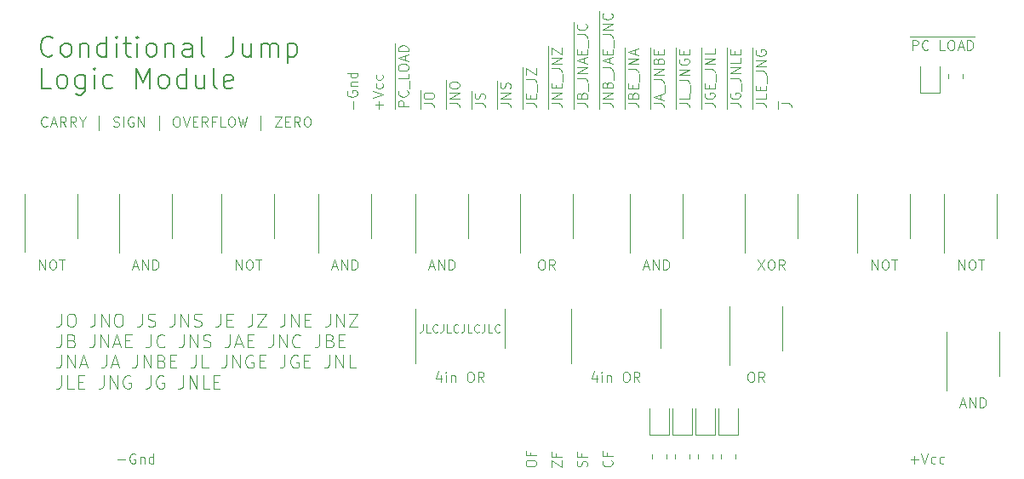
<source format=gbr>
%TF.GenerationSoftware,KiCad,Pcbnew,(5.1.10-1-10_14)*%
%TF.CreationDate,2021-11-22T02:45:21-05:00*%
%TF.ProjectId,control-unit,636f6e74-726f-46c2-9d75-6e69742e6b69,rev?*%
%TF.SameCoordinates,Original*%
%TF.FileFunction,Legend,Top*%
%TF.FilePolarity,Positive*%
%FSLAX46Y46*%
G04 Gerber Fmt 4.6, Leading zero omitted, Abs format (unit mm)*
G04 Created by KiCad (PCBNEW (5.1.10-1-10_14)) date 2021-11-22 02:45:21*
%MOMM*%
%LPD*%
G01*
G04 APERTURE LIST*
%ADD10C,0.100000*%
%ADD11C,0.150000*%
%ADD12C,0.120000*%
G04 APERTURE END LIST*
D10*
X91552523Y-80875142D02*
X91504904Y-80922761D01*
X91362047Y-80970380D01*
X91266809Y-80970380D01*
X91123952Y-80922761D01*
X91028714Y-80827523D01*
X90981095Y-80732285D01*
X90933476Y-80541809D01*
X90933476Y-80398952D01*
X90981095Y-80208476D01*
X91028714Y-80113238D01*
X91123952Y-80018000D01*
X91266809Y-79970380D01*
X91362047Y-79970380D01*
X91504904Y-80018000D01*
X91552523Y-80065619D01*
X91933476Y-80684666D02*
X92409666Y-80684666D01*
X91838238Y-80970380D02*
X92171571Y-79970380D01*
X92504904Y-80970380D01*
X93409666Y-80970380D02*
X93076333Y-80494190D01*
X92838238Y-80970380D02*
X92838238Y-79970380D01*
X93219190Y-79970380D01*
X93314428Y-80018000D01*
X93362047Y-80065619D01*
X93409666Y-80160857D01*
X93409666Y-80303714D01*
X93362047Y-80398952D01*
X93314428Y-80446571D01*
X93219190Y-80494190D01*
X92838238Y-80494190D01*
X94409666Y-80970380D02*
X94076333Y-80494190D01*
X93838238Y-80970380D02*
X93838238Y-79970380D01*
X94219190Y-79970380D01*
X94314428Y-80018000D01*
X94362047Y-80065619D01*
X94409666Y-80160857D01*
X94409666Y-80303714D01*
X94362047Y-80398952D01*
X94314428Y-80446571D01*
X94219190Y-80494190D01*
X93838238Y-80494190D01*
X95028714Y-80494190D02*
X95028714Y-80970380D01*
X94695380Y-79970380D02*
X95028714Y-80494190D01*
X95362047Y-79970380D01*
X96695380Y-81303714D02*
X96695380Y-79875142D01*
X98123952Y-80922761D02*
X98266809Y-80970380D01*
X98504904Y-80970380D01*
X98600142Y-80922761D01*
X98647761Y-80875142D01*
X98695380Y-80779904D01*
X98695380Y-80684666D01*
X98647761Y-80589428D01*
X98600142Y-80541809D01*
X98504904Y-80494190D01*
X98314428Y-80446571D01*
X98219190Y-80398952D01*
X98171571Y-80351333D01*
X98123952Y-80256095D01*
X98123952Y-80160857D01*
X98171571Y-80065619D01*
X98219190Y-80018000D01*
X98314428Y-79970380D01*
X98552523Y-79970380D01*
X98695380Y-80018000D01*
X99123952Y-80970380D02*
X99123952Y-79970380D01*
X100123952Y-80018000D02*
X100028714Y-79970380D01*
X99885857Y-79970380D01*
X99743000Y-80018000D01*
X99647761Y-80113238D01*
X99600142Y-80208476D01*
X99552523Y-80398952D01*
X99552523Y-80541809D01*
X99600142Y-80732285D01*
X99647761Y-80827523D01*
X99743000Y-80922761D01*
X99885857Y-80970380D01*
X99981095Y-80970380D01*
X100123952Y-80922761D01*
X100171571Y-80875142D01*
X100171571Y-80541809D01*
X99981095Y-80541809D01*
X100600142Y-80970380D02*
X100600142Y-79970380D01*
X101171571Y-80970380D01*
X101171571Y-79970380D01*
X102647761Y-81303714D02*
X102647761Y-79875142D01*
X104314428Y-79970380D02*
X104504904Y-79970380D01*
X104600142Y-80018000D01*
X104695380Y-80113238D01*
X104743000Y-80303714D01*
X104743000Y-80637047D01*
X104695380Y-80827523D01*
X104600142Y-80922761D01*
X104504904Y-80970380D01*
X104314428Y-80970380D01*
X104219190Y-80922761D01*
X104123952Y-80827523D01*
X104076333Y-80637047D01*
X104076333Y-80303714D01*
X104123952Y-80113238D01*
X104219190Y-80018000D01*
X104314428Y-79970380D01*
X105028714Y-79970380D02*
X105362047Y-80970380D01*
X105695380Y-79970380D01*
X106028714Y-80446571D02*
X106362047Y-80446571D01*
X106504904Y-80970380D02*
X106028714Y-80970380D01*
X106028714Y-79970380D01*
X106504904Y-79970380D01*
X107504904Y-80970380D02*
X107171571Y-80494190D01*
X106933476Y-80970380D02*
X106933476Y-79970380D01*
X107314428Y-79970380D01*
X107409666Y-80018000D01*
X107457285Y-80065619D01*
X107504904Y-80160857D01*
X107504904Y-80303714D01*
X107457285Y-80398952D01*
X107409666Y-80446571D01*
X107314428Y-80494190D01*
X106933476Y-80494190D01*
X108266809Y-80446571D02*
X107933476Y-80446571D01*
X107933476Y-80970380D02*
X107933476Y-79970380D01*
X108409666Y-79970380D01*
X109266809Y-80970380D02*
X108790619Y-80970380D01*
X108790619Y-79970380D01*
X109790619Y-79970380D02*
X109981095Y-79970380D01*
X110076333Y-80018000D01*
X110171571Y-80113238D01*
X110219190Y-80303714D01*
X110219190Y-80637047D01*
X110171571Y-80827523D01*
X110076333Y-80922761D01*
X109981095Y-80970380D01*
X109790619Y-80970380D01*
X109695380Y-80922761D01*
X109600142Y-80827523D01*
X109552523Y-80637047D01*
X109552523Y-80303714D01*
X109600142Y-80113238D01*
X109695380Y-80018000D01*
X109790619Y-79970380D01*
X110552523Y-79970380D02*
X110790619Y-80970380D01*
X110981095Y-80256095D01*
X111171571Y-80970380D01*
X111409666Y-79970380D01*
X112790619Y-81303714D02*
X112790619Y-79875142D01*
X114171571Y-79970380D02*
X114838238Y-79970380D01*
X114171571Y-80970380D01*
X114838238Y-80970380D01*
X115219190Y-80446571D02*
X115552523Y-80446571D01*
X115695380Y-80970380D02*
X115219190Y-80970380D01*
X115219190Y-79970380D01*
X115695380Y-79970380D01*
X116695380Y-80970380D02*
X116362047Y-80494190D01*
X116123952Y-80970380D02*
X116123952Y-79970380D01*
X116504904Y-79970380D01*
X116600142Y-80018000D01*
X116647761Y-80065619D01*
X116695380Y-80160857D01*
X116695380Y-80303714D01*
X116647761Y-80398952D01*
X116600142Y-80446571D01*
X116504904Y-80494190D01*
X116123952Y-80494190D01*
X117314428Y-79970380D02*
X117504904Y-79970380D01*
X117600142Y-80018000D01*
X117695380Y-80113238D01*
X117743000Y-80303714D01*
X117743000Y-80637047D01*
X117695380Y-80827523D01*
X117600142Y-80922761D01*
X117504904Y-80970380D01*
X117314428Y-80970380D01*
X117219190Y-80922761D01*
X117123952Y-80827523D01*
X117076333Y-80637047D01*
X117076333Y-80303714D01*
X117123952Y-80113238D01*
X117219190Y-80018000D01*
X117314428Y-79970380D01*
X128892761Y-100653904D02*
X128892761Y-101225333D01*
X128854666Y-101339619D01*
X128778476Y-101415809D01*
X128664190Y-101453904D01*
X128588000Y-101453904D01*
X129654666Y-101453904D02*
X129273714Y-101453904D01*
X129273714Y-100653904D01*
X130378476Y-101377714D02*
X130340380Y-101415809D01*
X130226095Y-101453904D01*
X130149904Y-101453904D01*
X130035619Y-101415809D01*
X129959428Y-101339619D01*
X129921333Y-101263428D01*
X129883238Y-101111047D01*
X129883238Y-100996761D01*
X129921333Y-100844380D01*
X129959428Y-100768190D01*
X130035619Y-100692000D01*
X130149904Y-100653904D01*
X130226095Y-100653904D01*
X130340380Y-100692000D01*
X130378476Y-100730095D01*
X130949904Y-100653904D02*
X130949904Y-101225333D01*
X130911809Y-101339619D01*
X130835619Y-101415809D01*
X130721333Y-101453904D01*
X130645142Y-101453904D01*
X131711809Y-101453904D02*
X131330857Y-101453904D01*
X131330857Y-100653904D01*
X132435619Y-101377714D02*
X132397523Y-101415809D01*
X132283238Y-101453904D01*
X132207047Y-101453904D01*
X132092761Y-101415809D01*
X132016571Y-101339619D01*
X131978476Y-101263428D01*
X131940380Y-101111047D01*
X131940380Y-100996761D01*
X131978476Y-100844380D01*
X132016571Y-100768190D01*
X132092761Y-100692000D01*
X132207047Y-100653904D01*
X132283238Y-100653904D01*
X132397523Y-100692000D01*
X132435619Y-100730095D01*
X133007047Y-100653904D02*
X133007047Y-101225333D01*
X132968952Y-101339619D01*
X132892761Y-101415809D01*
X132778476Y-101453904D01*
X132702285Y-101453904D01*
X133768952Y-101453904D02*
X133388000Y-101453904D01*
X133388000Y-100653904D01*
X134492761Y-101377714D02*
X134454666Y-101415809D01*
X134340380Y-101453904D01*
X134264190Y-101453904D01*
X134149904Y-101415809D01*
X134073714Y-101339619D01*
X134035619Y-101263428D01*
X133997523Y-101111047D01*
X133997523Y-100996761D01*
X134035619Y-100844380D01*
X134073714Y-100768190D01*
X134149904Y-100692000D01*
X134264190Y-100653904D01*
X134340380Y-100653904D01*
X134454666Y-100692000D01*
X134492761Y-100730095D01*
X135064190Y-100653904D02*
X135064190Y-101225333D01*
X135026095Y-101339619D01*
X134949904Y-101415809D01*
X134835619Y-101453904D01*
X134759428Y-101453904D01*
X135826095Y-101453904D02*
X135445142Y-101453904D01*
X135445142Y-100653904D01*
X136549904Y-101377714D02*
X136511809Y-101415809D01*
X136397523Y-101453904D01*
X136321333Y-101453904D01*
X136207047Y-101415809D01*
X136130857Y-101339619D01*
X136092761Y-101263428D01*
X136054666Y-101111047D01*
X136054666Y-100996761D01*
X136092761Y-100844380D01*
X136130857Y-100768190D01*
X136207047Y-100692000D01*
X136321333Y-100653904D01*
X136397523Y-100653904D01*
X136511809Y-100692000D01*
X136549904Y-100730095D01*
X177355904Y-72048000D02*
X178355904Y-72048000D01*
X177594000Y-73350380D02*
X177594000Y-72350380D01*
X177974952Y-72350380D01*
X178070190Y-72398000D01*
X178117809Y-72445619D01*
X178165428Y-72540857D01*
X178165428Y-72683714D01*
X178117809Y-72778952D01*
X178070190Y-72826571D01*
X177974952Y-72874190D01*
X177594000Y-72874190D01*
X178355904Y-72048000D02*
X179355904Y-72048000D01*
X179165428Y-73255142D02*
X179117809Y-73302761D01*
X178974952Y-73350380D01*
X178879714Y-73350380D01*
X178736857Y-73302761D01*
X178641619Y-73207523D01*
X178594000Y-73112285D01*
X178546380Y-72921809D01*
X178546380Y-72778952D01*
X178594000Y-72588476D01*
X178641619Y-72493238D01*
X178736857Y-72398000D01*
X178879714Y-72350380D01*
X178974952Y-72350380D01*
X179117809Y-72398000D01*
X179165428Y-72445619D01*
X179355904Y-72048000D02*
X180117809Y-72048000D01*
X180117809Y-72048000D02*
X180927333Y-72048000D01*
X180832095Y-73350380D02*
X180355904Y-73350380D01*
X180355904Y-72350380D01*
X180927333Y-72048000D02*
X181974952Y-72048000D01*
X181355904Y-72350380D02*
X181546380Y-72350380D01*
X181641619Y-72398000D01*
X181736857Y-72493238D01*
X181784476Y-72683714D01*
X181784476Y-73017047D01*
X181736857Y-73207523D01*
X181641619Y-73302761D01*
X181546380Y-73350380D01*
X181355904Y-73350380D01*
X181260666Y-73302761D01*
X181165428Y-73207523D01*
X181117809Y-73017047D01*
X181117809Y-72683714D01*
X181165428Y-72493238D01*
X181260666Y-72398000D01*
X181355904Y-72350380D01*
X181974952Y-72048000D02*
X182832095Y-72048000D01*
X182165428Y-73064666D02*
X182641619Y-73064666D01*
X182070190Y-73350380D02*
X182403523Y-72350380D01*
X182736857Y-73350380D01*
X182832095Y-72048000D02*
X183832095Y-72048000D01*
X183070190Y-73350380D02*
X183070190Y-72350380D01*
X183308285Y-72350380D01*
X183451142Y-72398000D01*
X183546380Y-72493238D01*
X183594000Y-72588476D01*
X183641619Y-72778952D01*
X183641619Y-72921809D01*
X183594000Y-73112285D01*
X183546380Y-73207523D01*
X183451142Y-73302761D01*
X183308285Y-73350380D01*
X183070190Y-73350380D01*
X92947952Y-99591095D02*
X92947952Y-100519666D01*
X92886047Y-100705380D01*
X92762238Y-100829190D01*
X92576523Y-100891095D01*
X92452714Y-100891095D01*
X93814619Y-99591095D02*
X94062238Y-99591095D01*
X94186047Y-99653000D01*
X94309857Y-99776809D01*
X94371761Y-100024428D01*
X94371761Y-100457761D01*
X94309857Y-100705380D01*
X94186047Y-100829190D01*
X94062238Y-100891095D01*
X93814619Y-100891095D01*
X93690809Y-100829190D01*
X93567000Y-100705380D01*
X93505095Y-100457761D01*
X93505095Y-100024428D01*
X93567000Y-99776809D01*
X93690809Y-99653000D01*
X93814619Y-99591095D01*
X96290809Y-99591095D02*
X96290809Y-100519666D01*
X96228904Y-100705380D01*
X96105095Y-100829190D01*
X95919380Y-100891095D01*
X95795571Y-100891095D01*
X96909857Y-100891095D02*
X96909857Y-99591095D01*
X97652714Y-100891095D01*
X97652714Y-99591095D01*
X98519380Y-99591095D02*
X98767000Y-99591095D01*
X98890809Y-99653000D01*
X99014619Y-99776809D01*
X99076523Y-100024428D01*
X99076523Y-100457761D01*
X99014619Y-100705380D01*
X98890809Y-100829190D01*
X98767000Y-100891095D01*
X98519380Y-100891095D01*
X98395571Y-100829190D01*
X98271761Y-100705380D01*
X98209857Y-100457761D01*
X98209857Y-100024428D01*
X98271761Y-99776809D01*
X98395571Y-99653000D01*
X98519380Y-99591095D01*
X100995571Y-99591095D02*
X100995571Y-100519666D01*
X100933666Y-100705380D01*
X100809857Y-100829190D01*
X100624142Y-100891095D01*
X100500333Y-100891095D01*
X101552714Y-100829190D02*
X101738428Y-100891095D01*
X102047952Y-100891095D01*
X102171761Y-100829190D01*
X102233666Y-100767285D01*
X102295571Y-100643476D01*
X102295571Y-100519666D01*
X102233666Y-100395857D01*
X102171761Y-100333952D01*
X102047952Y-100272047D01*
X101800333Y-100210142D01*
X101676523Y-100148238D01*
X101614619Y-100086333D01*
X101552714Y-99962523D01*
X101552714Y-99838714D01*
X101614619Y-99714904D01*
X101676523Y-99653000D01*
X101800333Y-99591095D01*
X102109857Y-99591095D01*
X102295571Y-99653000D01*
X104214619Y-99591095D02*
X104214619Y-100519666D01*
X104152714Y-100705380D01*
X104028904Y-100829190D01*
X103843190Y-100891095D01*
X103719380Y-100891095D01*
X104833666Y-100891095D02*
X104833666Y-99591095D01*
X105576523Y-100891095D01*
X105576523Y-99591095D01*
X106133666Y-100829190D02*
X106319380Y-100891095D01*
X106628904Y-100891095D01*
X106752714Y-100829190D01*
X106814619Y-100767285D01*
X106876523Y-100643476D01*
X106876523Y-100519666D01*
X106814619Y-100395857D01*
X106752714Y-100333952D01*
X106628904Y-100272047D01*
X106381285Y-100210142D01*
X106257476Y-100148238D01*
X106195571Y-100086333D01*
X106133666Y-99962523D01*
X106133666Y-99838714D01*
X106195571Y-99714904D01*
X106257476Y-99653000D01*
X106381285Y-99591095D01*
X106690809Y-99591095D01*
X106876523Y-99653000D01*
X108795571Y-99591095D02*
X108795571Y-100519666D01*
X108733666Y-100705380D01*
X108609857Y-100829190D01*
X108424142Y-100891095D01*
X108300333Y-100891095D01*
X109414619Y-100210142D02*
X109847952Y-100210142D01*
X110033666Y-100891095D02*
X109414619Y-100891095D01*
X109414619Y-99591095D01*
X110033666Y-99591095D01*
X111952714Y-99591095D02*
X111952714Y-100519666D01*
X111890809Y-100705380D01*
X111767000Y-100829190D01*
X111581285Y-100891095D01*
X111457476Y-100891095D01*
X112447952Y-99591095D02*
X113314619Y-99591095D01*
X112447952Y-100891095D01*
X113314619Y-100891095D01*
X115171761Y-99591095D02*
X115171761Y-100519666D01*
X115109857Y-100705380D01*
X114986047Y-100829190D01*
X114800333Y-100891095D01*
X114676523Y-100891095D01*
X115790809Y-100891095D02*
X115790809Y-99591095D01*
X116533666Y-100891095D01*
X116533666Y-99591095D01*
X117152714Y-100210142D02*
X117586047Y-100210142D01*
X117771761Y-100891095D02*
X117152714Y-100891095D01*
X117152714Y-99591095D01*
X117771761Y-99591095D01*
X119690809Y-99591095D02*
X119690809Y-100519666D01*
X119628904Y-100705380D01*
X119505095Y-100829190D01*
X119319380Y-100891095D01*
X119195571Y-100891095D01*
X120309857Y-100891095D02*
X120309857Y-99591095D01*
X121052714Y-100891095D01*
X121052714Y-99591095D01*
X121547952Y-99591095D02*
X122414619Y-99591095D01*
X121547952Y-100891095D01*
X122414619Y-100891095D01*
X92947952Y-101641095D02*
X92947952Y-102569666D01*
X92886047Y-102755380D01*
X92762238Y-102879190D01*
X92576523Y-102941095D01*
X92452714Y-102941095D01*
X94000333Y-102260142D02*
X94186047Y-102322047D01*
X94247952Y-102383952D01*
X94309857Y-102507761D01*
X94309857Y-102693476D01*
X94247952Y-102817285D01*
X94186047Y-102879190D01*
X94062238Y-102941095D01*
X93567000Y-102941095D01*
X93567000Y-101641095D01*
X94000333Y-101641095D01*
X94124142Y-101703000D01*
X94186047Y-101764904D01*
X94247952Y-101888714D01*
X94247952Y-102012523D01*
X94186047Y-102136333D01*
X94124142Y-102198238D01*
X94000333Y-102260142D01*
X93567000Y-102260142D01*
X96228904Y-101641095D02*
X96228904Y-102569666D01*
X96167000Y-102755380D01*
X96043190Y-102879190D01*
X95857476Y-102941095D01*
X95733666Y-102941095D01*
X96847952Y-102941095D02*
X96847952Y-101641095D01*
X97590809Y-102941095D01*
X97590809Y-101641095D01*
X98147952Y-102569666D02*
X98767000Y-102569666D01*
X98024142Y-102941095D02*
X98457476Y-101641095D01*
X98890809Y-102941095D01*
X99324142Y-102260142D02*
X99757476Y-102260142D01*
X99943190Y-102941095D02*
X99324142Y-102941095D01*
X99324142Y-101641095D01*
X99943190Y-101641095D01*
X101862238Y-101641095D02*
X101862238Y-102569666D01*
X101800333Y-102755380D01*
X101676523Y-102879190D01*
X101490809Y-102941095D01*
X101367000Y-102941095D01*
X103224142Y-102817285D02*
X103162238Y-102879190D01*
X102976523Y-102941095D01*
X102852714Y-102941095D01*
X102667000Y-102879190D01*
X102543190Y-102755380D01*
X102481285Y-102631571D01*
X102419380Y-102383952D01*
X102419380Y-102198238D01*
X102481285Y-101950619D01*
X102543190Y-101826809D01*
X102667000Y-101703000D01*
X102852714Y-101641095D01*
X102976523Y-101641095D01*
X103162238Y-101703000D01*
X103224142Y-101764904D01*
X105143190Y-101641095D02*
X105143190Y-102569666D01*
X105081285Y-102755380D01*
X104957476Y-102879190D01*
X104771761Y-102941095D01*
X104647952Y-102941095D01*
X105762238Y-102941095D02*
X105762238Y-101641095D01*
X106505095Y-102941095D01*
X106505095Y-101641095D01*
X107062238Y-102879190D02*
X107247952Y-102941095D01*
X107557476Y-102941095D01*
X107681285Y-102879190D01*
X107743190Y-102817285D01*
X107805095Y-102693476D01*
X107805095Y-102569666D01*
X107743190Y-102445857D01*
X107681285Y-102383952D01*
X107557476Y-102322047D01*
X107309857Y-102260142D01*
X107186047Y-102198238D01*
X107124142Y-102136333D01*
X107062238Y-102012523D01*
X107062238Y-101888714D01*
X107124142Y-101764904D01*
X107186047Y-101703000D01*
X107309857Y-101641095D01*
X107619380Y-101641095D01*
X107805095Y-101703000D01*
X109724142Y-101641095D02*
X109724142Y-102569666D01*
X109662238Y-102755380D01*
X109538428Y-102879190D01*
X109352714Y-102941095D01*
X109228904Y-102941095D01*
X110281285Y-102569666D02*
X110900333Y-102569666D01*
X110157476Y-102941095D02*
X110590809Y-101641095D01*
X111024142Y-102941095D01*
X111457476Y-102260142D02*
X111890809Y-102260142D01*
X112076523Y-102941095D02*
X111457476Y-102941095D01*
X111457476Y-101641095D01*
X112076523Y-101641095D01*
X113995571Y-101641095D02*
X113995571Y-102569666D01*
X113933666Y-102755380D01*
X113809857Y-102879190D01*
X113624142Y-102941095D01*
X113500333Y-102941095D01*
X114614619Y-102941095D02*
X114614619Y-101641095D01*
X115357476Y-102941095D01*
X115357476Y-101641095D01*
X116719380Y-102817285D02*
X116657476Y-102879190D01*
X116471761Y-102941095D01*
X116347952Y-102941095D01*
X116162238Y-102879190D01*
X116038428Y-102755380D01*
X115976523Y-102631571D01*
X115914619Y-102383952D01*
X115914619Y-102198238D01*
X115976523Y-101950619D01*
X116038428Y-101826809D01*
X116162238Y-101703000D01*
X116347952Y-101641095D01*
X116471761Y-101641095D01*
X116657476Y-101703000D01*
X116719380Y-101764904D01*
X118638428Y-101641095D02*
X118638428Y-102569666D01*
X118576523Y-102755380D01*
X118452714Y-102879190D01*
X118267000Y-102941095D01*
X118143190Y-102941095D01*
X119690809Y-102260142D02*
X119876523Y-102322047D01*
X119938428Y-102383952D01*
X120000333Y-102507761D01*
X120000333Y-102693476D01*
X119938428Y-102817285D01*
X119876523Y-102879190D01*
X119752714Y-102941095D01*
X119257476Y-102941095D01*
X119257476Y-101641095D01*
X119690809Y-101641095D01*
X119814619Y-101703000D01*
X119876523Y-101764904D01*
X119938428Y-101888714D01*
X119938428Y-102012523D01*
X119876523Y-102136333D01*
X119814619Y-102198238D01*
X119690809Y-102260142D01*
X119257476Y-102260142D01*
X120557476Y-102260142D02*
X120990809Y-102260142D01*
X121176523Y-102941095D02*
X120557476Y-102941095D01*
X120557476Y-101641095D01*
X121176523Y-101641095D01*
X92947952Y-103691095D02*
X92947952Y-104619666D01*
X92886047Y-104805380D01*
X92762238Y-104929190D01*
X92576523Y-104991095D01*
X92452714Y-104991095D01*
X93567000Y-104991095D02*
X93567000Y-103691095D01*
X94309857Y-104991095D01*
X94309857Y-103691095D01*
X94867000Y-104619666D02*
X95486047Y-104619666D01*
X94743190Y-104991095D02*
X95176523Y-103691095D01*
X95609857Y-104991095D01*
X97405095Y-103691095D02*
X97405095Y-104619666D01*
X97343190Y-104805380D01*
X97219380Y-104929190D01*
X97033666Y-104991095D01*
X96909857Y-104991095D01*
X97962238Y-104619666D02*
X98581285Y-104619666D01*
X97838428Y-104991095D02*
X98271761Y-103691095D01*
X98705095Y-104991095D01*
X100500333Y-103691095D02*
X100500333Y-104619666D01*
X100438428Y-104805380D01*
X100314619Y-104929190D01*
X100128904Y-104991095D01*
X100005095Y-104991095D01*
X101119380Y-104991095D02*
X101119380Y-103691095D01*
X101862238Y-104991095D01*
X101862238Y-103691095D01*
X102914619Y-104310142D02*
X103100333Y-104372047D01*
X103162238Y-104433952D01*
X103224142Y-104557761D01*
X103224142Y-104743476D01*
X103162238Y-104867285D01*
X103100333Y-104929190D01*
X102976523Y-104991095D01*
X102481285Y-104991095D01*
X102481285Y-103691095D01*
X102914619Y-103691095D01*
X103038428Y-103753000D01*
X103100333Y-103814904D01*
X103162238Y-103938714D01*
X103162238Y-104062523D01*
X103100333Y-104186333D01*
X103038428Y-104248238D01*
X102914619Y-104310142D01*
X102481285Y-104310142D01*
X103781285Y-104310142D02*
X104214619Y-104310142D01*
X104400333Y-104991095D02*
X103781285Y-104991095D01*
X103781285Y-103691095D01*
X104400333Y-103691095D01*
X106319380Y-103691095D02*
X106319380Y-104619666D01*
X106257476Y-104805380D01*
X106133666Y-104929190D01*
X105947952Y-104991095D01*
X105824142Y-104991095D01*
X107557476Y-104991095D02*
X106938428Y-104991095D01*
X106938428Y-103691095D01*
X109352714Y-103691095D02*
X109352714Y-104619666D01*
X109290809Y-104805380D01*
X109167000Y-104929190D01*
X108981285Y-104991095D01*
X108857476Y-104991095D01*
X109971761Y-104991095D02*
X109971761Y-103691095D01*
X110714619Y-104991095D01*
X110714619Y-103691095D01*
X112014619Y-103753000D02*
X111890809Y-103691095D01*
X111705095Y-103691095D01*
X111519380Y-103753000D01*
X111395571Y-103876809D01*
X111333666Y-104000619D01*
X111271761Y-104248238D01*
X111271761Y-104433952D01*
X111333666Y-104681571D01*
X111395571Y-104805380D01*
X111519380Y-104929190D01*
X111705095Y-104991095D01*
X111828904Y-104991095D01*
X112014619Y-104929190D01*
X112076523Y-104867285D01*
X112076523Y-104433952D01*
X111828904Y-104433952D01*
X112633666Y-104310142D02*
X113067000Y-104310142D01*
X113252714Y-104991095D02*
X112633666Y-104991095D01*
X112633666Y-103691095D01*
X113252714Y-103691095D01*
X115171761Y-103691095D02*
X115171761Y-104619666D01*
X115109857Y-104805380D01*
X114986047Y-104929190D01*
X114800333Y-104991095D01*
X114676523Y-104991095D01*
X116471761Y-103753000D02*
X116347952Y-103691095D01*
X116162238Y-103691095D01*
X115976523Y-103753000D01*
X115852714Y-103876809D01*
X115790809Y-104000619D01*
X115728904Y-104248238D01*
X115728904Y-104433952D01*
X115790809Y-104681571D01*
X115852714Y-104805380D01*
X115976523Y-104929190D01*
X116162238Y-104991095D01*
X116286047Y-104991095D01*
X116471761Y-104929190D01*
X116533666Y-104867285D01*
X116533666Y-104433952D01*
X116286047Y-104433952D01*
X117090809Y-104310142D02*
X117524142Y-104310142D01*
X117709857Y-104991095D02*
X117090809Y-104991095D01*
X117090809Y-103691095D01*
X117709857Y-103691095D01*
X119628904Y-103691095D02*
X119628904Y-104619666D01*
X119567000Y-104805380D01*
X119443190Y-104929190D01*
X119257476Y-104991095D01*
X119133666Y-104991095D01*
X120247952Y-104991095D02*
X120247952Y-103691095D01*
X120990809Y-104991095D01*
X120990809Y-103691095D01*
X122228904Y-104991095D02*
X121609857Y-104991095D01*
X121609857Y-103691095D01*
X92947952Y-105741095D02*
X92947952Y-106669666D01*
X92886047Y-106855380D01*
X92762238Y-106979190D01*
X92576523Y-107041095D01*
X92452714Y-107041095D01*
X94186047Y-107041095D02*
X93567000Y-107041095D01*
X93567000Y-105741095D01*
X94619380Y-106360142D02*
X95052714Y-106360142D01*
X95238428Y-107041095D02*
X94619380Y-107041095D01*
X94619380Y-105741095D01*
X95238428Y-105741095D01*
X97157476Y-105741095D02*
X97157476Y-106669666D01*
X97095571Y-106855380D01*
X96971761Y-106979190D01*
X96786047Y-107041095D01*
X96662238Y-107041095D01*
X97776523Y-107041095D02*
X97776523Y-105741095D01*
X98519380Y-107041095D01*
X98519380Y-105741095D01*
X99819380Y-105803000D02*
X99695571Y-105741095D01*
X99509857Y-105741095D01*
X99324142Y-105803000D01*
X99200333Y-105926809D01*
X99138428Y-106050619D01*
X99076523Y-106298238D01*
X99076523Y-106483952D01*
X99138428Y-106731571D01*
X99200333Y-106855380D01*
X99324142Y-106979190D01*
X99509857Y-107041095D01*
X99633666Y-107041095D01*
X99819380Y-106979190D01*
X99881285Y-106917285D01*
X99881285Y-106483952D01*
X99633666Y-106483952D01*
X101800333Y-105741095D02*
X101800333Y-106669666D01*
X101738428Y-106855380D01*
X101614619Y-106979190D01*
X101428904Y-107041095D01*
X101305095Y-107041095D01*
X103100333Y-105803000D02*
X102976523Y-105741095D01*
X102790809Y-105741095D01*
X102605095Y-105803000D01*
X102481285Y-105926809D01*
X102419380Y-106050619D01*
X102357476Y-106298238D01*
X102357476Y-106483952D01*
X102419380Y-106731571D01*
X102481285Y-106855380D01*
X102605095Y-106979190D01*
X102790809Y-107041095D01*
X102914619Y-107041095D01*
X103100333Y-106979190D01*
X103162238Y-106917285D01*
X103162238Y-106483952D01*
X102914619Y-106483952D01*
X105081285Y-105741095D02*
X105081285Y-106669666D01*
X105019380Y-106855380D01*
X104895571Y-106979190D01*
X104709857Y-107041095D01*
X104586047Y-107041095D01*
X105700333Y-107041095D02*
X105700333Y-105741095D01*
X106443190Y-107041095D01*
X106443190Y-105741095D01*
X107681285Y-107041095D02*
X107062238Y-107041095D01*
X107062238Y-105741095D01*
X108114619Y-106360142D02*
X108547952Y-106360142D01*
X108733666Y-107041095D02*
X108114619Y-107041095D01*
X108114619Y-105741095D01*
X108733666Y-105741095D01*
X161456761Y-105370380D02*
X161647238Y-105370380D01*
X161742476Y-105418000D01*
X161837714Y-105513238D01*
X161885333Y-105703714D01*
X161885333Y-106037047D01*
X161837714Y-106227523D01*
X161742476Y-106322761D01*
X161647238Y-106370380D01*
X161456761Y-106370380D01*
X161361523Y-106322761D01*
X161266285Y-106227523D01*
X161218666Y-106037047D01*
X161218666Y-105703714D01*
X161266285Y-105513238D01*
X161361523Y-105418000D01*
X161456761Y-105370380D01*
X162885333Y-106370380D02*
X162552000Y-105894190D01*
X162313904Y-106370380D02*
X162313904Y-105370380D01*
X162694857Y-105370380D01*
X162790095Y-105418000D01*
X162837714Y-105465619D01*
X162885333Y-105560857D01*
X162885333Y-105703714D01*
X162837714Y-105798952D01*
X162790095Y-105846571D01*
X162694857Y-105894190D01*
X162313904Y-105894190D01*
X146177238Y-105703714D02*
X146177238Y-106370380D01*
X145939142Y-105322761D02*
X145701047Y-106037047D01*
X146320095Y-106037047D01*
X146701047Y-106370380D02*
X146701047Y-105703714D01*
X146701047Y-105370380D02*
X146653428Y-105418000D01*
X146701047Y-105465619D01*
X146748666Y-105418000D01*
X146701047Y-105370380D01*
X146701047Y-105465619D01*
X147177238Y-105703714D02*
X147177238Y-106370380D01*
X147177238Y-105798952D02*
X147224857Y-105751333D01*
X147320095Y-105703714D01*
X147462952Y-105703714D01*
X147558190Y-105751333D01*
X147605809Y-105846571D01*
X147605809Y-106370380D01*
X149034380Y-105370380D02*
X149224857Y-105370380D01*
X149320095Y-105418000D01*
X149415333Y-105513238D01*
X149462952Y-105703714D01*
X149462952Y-106037047D01*
X149415333Y-106227523D01*
X149320095Y-106322761D01*
X149224857Y-106370380D01*
X149034380Y-106370380D01*
X148939142Y-106322761D01*
X148843904Y-106227523D01*
X148796285Y-106037047D01*
X148796285Y-105703714D01*
X148843904Y-105513238D01*
X148939142Y-105418000D01*
X149034380Y-105370380D01*
X150462952Y-106370380D02*
X150129619Y-105894190D01*
X149891523Y-106370380D02*
X149891523Y-105370380D01*
X150272476Y-105370380D01*
X150367714Y-105418000D01*
X150415333Y-105465619D01*
X150462952Y-105560857D01*
X150462952Y-105703714D01*
X150415333Y-105798952D01*
X150367714Y-105846571D01*
X150272476Y-105894190D01*
X149891523Y-105894190D01*
X130683238Y-105703714D02*
X130683238Y-106370380D01*
X130445142Y-105322761D02*
X130207047Y-106037047D01*
X130826095Y-106037047D01*
X131207047Y-106370380D02*
X131207047Y-105703714D01*
X131207047Y-105370380D02*
X131159428Y-105418000D01*
X131207047Y-105465619D01*
X131254666Y-105418000D01*
X131207047Y-105370380D01*
X131207047Y-105465619D01*
X131683238Y-105703714D02*
X131683238Y-106370380D01*
X131683238Y-105798952D02*
X131730857Y-105751333D01*
X131826095Y-105703714D01*
X131968952Y-105703714D01*
X132064190Y-105751333D01*
X132111809Y-105846571D01*
X132111809Y-106370380D01*
X133540380Y-105370380D02*
X133730857Y-105370380D01*
X133826095Y-105418000D01*
X133921333Y-105513238D01*
X133968952Y-105703714D01*
X133968952Y-106037047D01*
X133921333Y-106227523D01*
X133826095Y-106322761D01*
X133730857Y-106370380D01*
X133540380Y-106370380D01*
X133445142Y-106322761D01*
X133349904Y-106227523D01*
X133302285Y-106037047D01*
X133302285Y-105703714D01*
X133349904Y-105513238D01*
X133445142Y-105418000D01*
X133540380Y-105370380D01*
X134968952Y-106370380D02*
X134635619Y-105894190D01*
X134397523Y-106370380D02*
X134397523Y-105370380D01*
X134778476Y-105370380D01*
X134873714Y-105418000D01*
X134921333Y-105465619D01*
X134968952Y-105560857D01*
X134968952Y-105703714D01*
X134921333Y-105798952D01*
X134873714Y-105846571D01*
X134778476Y-105894190D01*
X134397523Y-105894190D01*
X182380095Y-108624666D02*
X182856285Y-108624666D01*
X182284857Y-108910380D02*
X182618190Y-107910380D01*
X182951523Y-108910380D01*
X183284857Y-108910380D02*
X183284857Y-107910380D01*
X183856285Y-108910380D01*
X183856285Y-107910380D01*
X184332476Y-108910380D02*
X184332476Y-107910380D01*
X184570571Y-107910380D01*
X184713428Y-107958000D01*
X184808666Y-108053238D01*
X184856285Y-108148476D01*
X184903904Y-108338952D01*
X184903904Y-108481809D01*
X184856285Y-108672285D01*
X184808666Y-108767523D01*
X184713428Y-108862761D01*
X184570571Y-108910380D01*
X184332476Y-108910380D01*
X182197523Y-95194380D02*
X182197523Y-94194380D01*
X182768952Y-95194380D01*
X182768952Y-94194380D01*
X183435619Y-94194380D02*
X183626095Y-94194380D01*
X183721333Y-94242000D01*
X183816571Y-94337238D01*
X183864190Y-94527714D01*
X183864190Y-94861047D01*
X183816571Y-95051523D01*
X183721333Y-95146761D01*
X183626095Y-95194380D01*
X183435619Y-95194380D01*
X183340380Y-95146761D01*
X183245142Y-95051523D01*
X183197523Y-94861047D01*
X183197523Y-94527714D01*
X183245142Y-94337238D01*
X183340380Y-94242000D01*
X183435619Y-94194380D01*
X184149904Y-94194380D02*
X184721333Y-94194380D01*
X184435619Y-95194380D02*
X184435619Y-94194380D01*
X173561523Y-95194380D02*
X173561523Y-94194380D01*
X174132952Y-95194380D01*
X174132952Y-94194380D01*
X174799619Y-94194380D02*
X174990095Y-94194380D01*
X175085333Y-94242000D01*
X175180571Y-94337238D01*
X175228190Y-94527714D01*
X175228190Y-94861047D01*
X175180571Y-95051523D01*
X175085333Y-95146761D01*
X174990095Y-95194380D01*
X174799619Y-95194380D01*
X174704380Y-95146761D01*
X174609142Y-95051523D01*
X174561523Y-94861047D01*
X174561523Y-94527714D01*
X174609142Y-94337238D01*
X174704380Y-94242000D01*
X174799619Y-94194380D01*
X175513904Y-94194380D02*
X176085333Y-94194380D01*
X175799619Y-95194380D02*
X175799619Y-94194380D01*
X162218857Y-94194380D02*
X162885523Y-95194380D01*
X162885523Y-94194380D02*
X162218857Y-95194380D01*
X163456952Y-94194380D02*
X163647428Y-94194380D01*
X163742666Y-94242000D01*
X163837904Y-94337238D01*
X163885523Y-94527714D01*
X163885523Y-94861047D01*
X163837904Y-95051523D01*
X163742666Y-95146761D01*
X163647428Y-95194380D01*
X163456952Y-95194380D01*
X163361714Y-95146761D01*
X163266476Y-95051523D01*
X163218857Y-94861047D01*
X163218857Y-94527714D01*
X163266476Y-94337238D01*
X163361714Y-94242000D01*
X163456952Y-94194380D01*
X164885523Y-95194380D02*
X164552190Y-94718190D01*
X164314095Y-95194380D02*
X164314095Y-94194380D01*
X164695047Y-94194380D01*
X164790285Y-94242000D01*
X164837904Y-94289619D01*
X164885523Y-94384857D01*
X164885523Y-94527714D01*
X164837904Y-94622952D01*
X164790285Y-94670571D01*
X164695047Y-94718190D01*
X164314095Y-94718190D01*
X150884095Y-94908666D02*
X151360285Y-94908666D01*
X150788857Y-95194380D02*
X151122190Y-94194380D01*
X151455523Y-95194380D01*
X151788857Y-95194380D02*
X151788857Y-94194380D01*
X152360285Y-95194380D01*
X152360285Y-94194380D01*
X152836476Y-95194380D02*
X152836476Y-94194380D01*
X153074571Y-94194380D01*
X153217428Y-94242000D01*
X153312666Y-94337238D01*
X153360285Y-94432476D01*
X153407904Y-94622952D01*
X153407904Y-94765809D01*
X153360285Y-94956285D01*
X153312666Y-95051523D01*
X153217428Y-95146761D01*
X153074571Y-95194380D01*
X152836476Y-95194380D01*
X140628761Y-94194380D02*
X140819238Y-94194380D01*
X140914476Y-94242000D01*
X141009714Y-94337238D01*
X141057333Y-94527714D01*
X141057333Y-94861047D01*
X141009714Y-95051523D01*
X140914476Y-95146761D01*
X140819238Y-95194380D01*
X140628761Y-95194380D01*
X140533523Y-95146761D01*
X140438285Y-95051523D01*
X140390666Y-94861047D01*
X140390666Y-94527714D01*
X140438285Y-94337238D01*
X140533523Y-94242000D01*
X140628761Y-94194380D01*
X142057333Y-95194380D02*
X141724000Y-94718190D01*
X141485904Y-95194380D02*
X141485904Y-94194380D01*
X141866857Y-94194380D01*
X141962095Y-94242000D01*
X142009714Y-94289619D01*
X142057333Y-94384857D01*
X142057333Y-94527714D01*
X142009714Y-94622952D01*
X141962095Y-94670571D01*
X141866857Y-94718190D01*
X141485904Y-94718190D01*
X129548095Y-94908666D02*
X130024285Y-94908666D01*
X129452857Y-95194380D02*
X129786190Y-94194380D01*
X130119523Y-95194380D01*
X130452857Y-95194380D02*
X130452857Y-94194380D01*
X131024285Y-95194380D01*
X131024285Y-94194380D01*
X131500476Y-95194380D02*
X131500476Y-94194380D01*
X131738571Y-94194380D01*
X131881428Y-94242000D01*
X131976666Y-94337238D01*
X132024285Y-94432476D01*
X132071904Y-94622952D01*
X132071904Y-94765809D01*
X132024285Y-94956285D01*
X131976666Y-95051523D01*
X131881428Y-95146761D01*
X131738571Y-95194380D01*
X131500476Y-95194380D01*
X119896095Y-94908666D02*
X120372285Y-94908666D01*
X119800857Y-95194380D02*
X120134190Y-94194380D01*
X120467523Y-95194380D01*
X120800857Y-95194380D02*
X120800857Y-94194380D01*
X121372285Y-95194380D01*
X121372285Y-94194380D01*
X121848476Y-95194380D02*
X121848476Y-94194380D01*
X122086571Y-94194380D01*
X122229428Y-94242000D01*
X122324666Y-94337238D01*
X122372285Y-94432476D01*
X122419904Y-94622952D01*
X122419904Y-94765809D01*
X122372285Y-94956285D01*
X122324666Y-95051523D01*
X122229428Y-95146761D01*
X122086571Y-95194380D01*
X121848476Y-95194380D01*
X110315523Y-95194380D02*
X110315523Y-94194380D01*
X110886952Y-95194380D01*
X110886952Y-94194380D01*
X111553619Y-94194380D02*
X111744095Y-94194380D01*
X111839333Y-94242000D01*
X111934571Y-94337238D01*
X111982190Y-94527714D01*
X111982190Y-94861047D01*
X111934571Y-95051523D01*
X111839333Y-95146761D01*
X111744095Y-95194380D01*
X111553619Y-95194380D01*
X111458380Y-95146761D01*
X111363142Y-95051523D01*
X111315523Y-94861047D01*
X111315523Y-94527714D01*
X111363142Y-94337238D01*
X111458380Y-94242000D01*
X111553619Y-94194380D01*
X112267904Y-94194380D02*
X112839333Y-94194380D01*
X112553619Y-95194380D02*
X112553619Y-94194380D01*
X100084095Y-94908666D02*
X100560285Y-94908666D01*
X99988857Y-95194380D02*
X100322190Y-94194380D01*
X100655523Y-95194380D01*
X100988857Y-95194380D02*
X100988857Y-94194380D01*
X101560285Y-95194380D01*
X101560285Y-94194380D01*
X102036476Y-95194380D02*
X102036476Y-94194380D01*
X102274571Y-94194380D01*
X102417428Y-94242000D01*
X102512666Y-94337238D01*
X102560285Y-94432476D01*
X102607904Y-94622952D01*
X102607904Y-94765809D01*
X102560285Y-94956285D01*
X102512666Y-95051523D01*
X102417428Y-95146761D01*
X102274571Y-95194380D01*
X102036476Y-95194380D01*
X90757523Y-95194380D02*
X90757523Y-94194380D01*
X91328952Y-95194380D01*
X91328952Y-94194380D01*
X91995619Y-94194380D02*
X92186095Y-94194380D01*
X92281333Y-94242000D01*
X92376571Y-94337238D01*
X92424190Y-94527714D01*
X92424190Y-94861047D01*
X92376571Y-95051523D01*
X92281333Y-95146761D01*
X92186095Y-95194380D01*
X91995619Y-95194380D01*
X91900380Y-95146761D01*
X91805142Y-95051523D01*
X91757523Y-94861047D01*
X91757523Y-94527714D01*
X91805142Y-94337238D01*
X91900380Y-94242000D01*
X91995619Y-94194380D01*
X92709904Y-94194380D02*
X93281333Y-94194380D01*
X92995619Y-95194380D02*
X92995619Y-94194380D01*
X147677142Y-114187476D02*
X147724761Y-114235095D01*
X147772380Y-114377952D01*
X147772380Y-114473190D01*
X147724761Y-114616047D01*
X147629523Y-114711285D01*
X147534285Y-114758904D01*
X147343809Y-114806523D01*
X147200952Y-114806523D01*
X147010476Y-114758904D01*
X146915238Y-114711285D01*
X146820000Y-114616047D01*
X146772380Y-114473190D01*
X146772380Y-114377952D01*
X146820000Y-114235095D01*
X146867619Y-114187476D01*
X147248571Y-113425571D02*
X147248571Y-113758904D01*
X147772380Y-113758904D02*
X146772380Y-113758904D01*
X146772380Y-113282714D01*
X145184761Y-114806523D02*
X145232380Y-114663666D01*
X145232380Y-114425571D01*
X145184761Y-114330333D01*
X145137142Y-114282714D01*
X145041904Y-114235095D01*
X144946666Y-114235095D01*
X144851428Y-114282714D01*
X144803809Y-114330333D01*
X144756190Y-114425571D01*
X144708571Y-114616047D01*
X144660952Y-114711285D01*
X144613333Y-114758904D01*
X144518095Y-114806523D01*
X144422857Y-114806523D01*
X144327619Y-114758904D01*
X144280000Y-114711285D01*
X144232380Y-114616047D01*
X144232380Y-114377952D01*
X144280000Y-114235095D01*
X144708571Y-113473190D02*
X144708571Y-113806523D01*
X145232380Y-113806523D02*
X144232380Y-113806523D01*
X144232380Y-113330333D01*
X141692380Y-114854142D02*
X141692380Y-114187476D01*
X142692380Y-114854142D01*
X142692380Y-114187476D01*
X142168571Y-113473190D02*
X142168571Y-113806523D01*
X142692380Y-113806523D02*
X141692380Y-113806523D01*
X141692380Y-113330333D01*
X139152380Y-114568428D02*
X139152380Y-114377952D01*
X139200000Y-114282714D01*
X139295238Y-114187476D01*
X139485714Y-114139857D01*
X139819047Y-114139857D01*
X140009523Y-114187476D01*
X140104761Y-114282714D01*
X140152380Y-114377952D01*
X140152380Y-114568428D01*
X140104761Y-114663666D01*
X140009523Y-114758904D01*
X139819047Y-114806523D01*
X139485714Y-114806523D01*
X139295238Y-114758904D01*
X139200000Y-114663666D01*
X139152380Y-114568428D01*
X139628571Y-113377952D02*
X139628571Y-113711285D01*
X140152380Y-113711285D02*
X139152380Y-113711285D01*
X139152380Y-113235095D01*
X98544285Y-114117428D02*
X99306190Y-114117428D01*
X100306190Y-113546000D02*
X100210952Y-113498380D01*
X100068095Y-113498380D01*
X99925238Y-113546000D01*
X99830000Y-113641238D01*
X99782380Y-113736476D01*
X99734761Y-113926952D01*
X99734761Y-114069809D01*
X99782380Y-114260285D01*
X99830000Y-114355523D01*
X99925238Y-114450761D01*
X100068095Y-114498380D01*
X100163333Y-114498380D01*
X100306190Y-114450761D01*
X100353809Y-114403142D01*
X100353809Y-114069809D01*
X100163333Y-114069809D01*
X100782380Y-113831714D02*
X100782380Y-114498380D01*
X100782380Y-113926952D02*
X100830000Y-113879333D01*
X100925238Y-113831714D01*
X101068095Y-113831714D01*
X101163333Y-113879333D01*
X101210952Y-113974571D01*
X101210952Y-114498380D01*
X102115714Y-114498380D02*
X102115714Y-113498380D01*
X102115714Y-114450761D02*
X102020476Y-114498380D01*
X101830000Y-114498380D01*
X101734761Y-114450761D01*
X101687142Y-114403142D01*
X101639523Y-114307904D01*
X101639523Y-114022190D01*
X101687142Y-113926952D01*
X101734761Y-113879333D01*
X101830000Y-113831714D01*
X102020476Y-113831714D01*
X102115714Y-113879333D01*
X177403333Y-114117428D02*
X178165238Y-114117428D01*
X177784285Y-114498380D02*
X177784285Y-113736476D01*
X178498571Y-113498380D02*
X178831904Y-114498380D01*
X179165238Y-113498380D01*
X179927142Y-114450761D02*
X179831904Y-114498380D01*
X179641428Y-114498380D01*
X179546190Y-114450761D01*
X179498571Y-114403142D01*
X179450952Y-114307904D01*
X179450952Y-114022190D01*
X179498571Y-113926952D01*
X179546190Y-113879333D01*
X179641428Y-113831714D01*
X179831904Y-113831714D01*
X179927142Y-113879333D01*
X180784285Y-114450761D02*
X180689047Y-114498380D01*
X180498571Y-114498380D01*
X180403333Y-114450761D01*
X180355714Y-114403142D01*
X180308095Y-114307904D01*
X180308095Y-114022190D01*
X180355714Y-113926952D01*
X180403333Y-113879333D01*
X180498571Y-113831714D01*
X180689047Y-113831714D01*
X180784285Y-113879333D01*
X121991428Y-79198904D02*
X121991428Y-78437000D01*
X121420000Y-77437000D02*
X121372380Y-77532238D01*
X121372380Y-77675095D01*
X121420000Y-77817952D01*
X121515238Y-77913190D01*
X121610476Y-77960809D01*
X121800952Y-78008428D01*
X121943809Y-78008428D01*
X122134285Y-77960809D01*
X122229523Y-77913190D01*
X122324761Y-77817952D01*
X122372380Y-77675095D01*
X122372380Y-77579857D01*
X122324761Y-77437000D01*
X122277142Y-77389380D01*
X121943809Y-77389380D01*
X121943809Y-77579857D01*
X121705714Y-76960809D02*
X122372380Y-76960809D01*
X121800952Y-76960809D02*
X121753333Y-76913190D01*
X121705714Y-76817952D01*
X121705714Y-76675095D01*
X121753333Y-76579857D01*
X121848571Y-76532238D01*
X122372380Y-76532238D01*
X122372380Y-75627476D02*
X121372380Y-75627476D01*
X122324761Y-75627476D02*
X122372380Y-75722714D01*
X122372380Y-75913190D01*
X122324761Y-76008428D01*
X122277142Y-76056047D01*
X122181904Y-76103666D01*
X121896190Y-76103666D01*
X121800952Y-76056047D01*
X121753333Y-76008428D01*
X121705714Y-75913190D01*
X121705714Y-75722714D01*
X121753333Y-75627476D01*
X124531428Y-79198904D02*
X124531428Y-78437000D01*
X124912380Y-78817952D02*
X124150476Y-78817952D01*
X123912380Y-78103666D02*
X124912380Y-77770333D01*
X123912380Y-77437000D01*
X124864761Y-76675095D02*
X124912380Y-76770333D01*
X124912380Y-76960809D01*
X124864761Y-77056047D01*
X124817142Y-77103666D01*
X124721904Y-77151285D01*
X124436190Y-77151285D01*
X124340952Y-77103666D01*
X124293333Y-77056047D01*
X124245714Y-76960809D01*
X124245714Y-76770333D01*
X124293333Y-76675095D01*
X124864761Y-75817952D02*
X124912380Y-75913190D01*
X124912380Y-76103666D01*
X124864761Y-76198904D01*
X124817142Y-76246523D01*
X124721904Y-76294142D01*
X124436190Y-76294142D01*
X124340952Y-76246523D01*
X124293333Y-76198904D01*
X124245714Y-76103666D01*
X124245714Y-75913190D01*
X124293333Y-75817952D01*
X126150000Y-79183000D02*
X126150000Y-78183000D01*
X127452380Y-78944904D02*
X126452380Y-78944904D01*
X126452380Y-78563952D01*
X126500000Y-78468714D01*
X126547619Y-78421095D01*
X126642857Y-78373476D01*
X126785714Y-78373476D01*
X126880952Y-78421095D01*
X126928571Y-78468714D01*
X126976190Y-78563952D01*
X126976190Y-78944904D01*
X126150000Y-78183000D02*
X126150000Y-77183000D01*
X127357142Y-77373476D02*
X127404761Y-77421095D01*
X127452380Y-77563952D01*
X127452380Y-77659190D01*
X127404761Y-77802047D01*
X127309523Y-77897285D01*
X127214285Y-77944904D01*
X127023809Y-77992523D01*
X126880952Y-77992523D01*
X126690476Y-77944904D01*
X126595238Y-77897285D01*
X126500000Y-77802047D01*
X126452380Y-77659190D01*
X126452380Y-77563952D01*
X126500000Y-77421095D01*
X126547619Y-77373476D01*
X126150000Y-77183000D02*
X126150000Y-76421095D01*
X127547619Y-77183000D02*
X127547619Y-76421095D01*
X126150000Y-76421095D02*
X126150000Y-75611571D01*
X127452380Y-75706809D02*
X127452380Y-76183000D01*
X126452380Y-76183000D01*
X126150000Y-75611571D02*
X126150000Y-74563952D01*
X126452380Y-75183000D02*
X126452380Y-74992523D01*
X126500000Y-74897285D01*
X126595238Y-74802047D01*
X126785714Y-74754428D01*
X127119047Y-74754428D01*
X127309523Y-74802047D01*
X127404761Y-74897285D01*
X127452380Y-74992523D01*
X127452380Y-75183000D01*
X127404761Y-75278238D01*
X127309523Y-75373476D01*
X127119047Y-75421095D01*
X126785714Y-75421095D01*
X126595238Y-75373476D01*
X126500000Y-75278238D01*
X126452380Y-75183000D01*
X126150000Y-74563952D02*
X126150000Y-73706809D01*
X127166666Y-74373476D02*
X127166666Y-73897285D01*
X127452380Y-74468714D02*
X126452380Y-74135380D01*
X127452380Y-73802047D01*
X126150000Y-73706809D02*
X126150000Y-72706809D01*
X127452380Y-73468714D02*
X126452380Y-73468714D01*
X126452380Y-73230619D01*
X126500000Y-73087761D01*
X126595238Y-72992523D01*
X126690476Y-72944904D01*
X126880952Y-72897285D01*
X127023809Y-72897285D01*
X127214285Y-72944904D01*
X127309523Y-72992523D01*
X127404761Y-73087761D01*
X127452380Y-73230619D01*
X127452380Y-73468714D01*
X128690000Y-79183000D02*
X128690000Y-78421095D01*
X128992380Y-78659190D02*
X129706666Y-78659190D01*
X129849523Y-78706809D01*
X129944761Y-78802047D01*
X129992380Y-78944904D01*
X129992380Y-79040142D01*
X128690000Y-78421095D02*
X128690000Y-77373476D01*
X128992380Y-77992523D02*
X128992380Y-77802047D01*
X129040000Y-77706809D01*
X129135238Y-77611571D01*
X129325714Y-77563952D01*
X129659047Y-77563952D01*
X129849523Y-77611571D01*
X129944761Y-77706809D01*
X129992380Y-77802047D01*
X129992380Y-77992523D01*
X129944761Y-78087761D01*
X129849523Y-78183000D01*
X129659047Y-78230619D01*
X129325714Y-78230619D01*
X129135238Y-78183000D01*
X129040000Y-78087761D01*
X128992380Y-77992523D01*
X131230000Y-79183000D02*
X131230000Y-78421095D01*
X131532380Y-78659190D02*
X132246666Y-78659190D01*
X132389523Y-78706809D01*
X132484761Y-78802047D01*
X132532380Y-78944904D01*
X132532380Y-79040142D01*
X131230000Y-78421095D02*
X131230000Y-77373476D01*
X132532380Y-78183000D02*
X131532380Y-78183000D01*
X132532380Y-77611571D01*
X131532380Y-77611571D01*
X131230000Y-77373476D02*
X131230000Y-76325857D01*
X131532380Y-76944904D02*
X131532380Y-76754428D01*
X131580000Y-76659190D01*
X131675238Y-76563952D01*
X131865714Y-76516333D01*
X132199047Y-76516333D01*
X132389523Y-76563952D01*
X132484761Y-76659190D01*
X132532380Y-76754428D01*
X132532380Y-76944904D01*
X132484761Y-77040142D01*
X132389523Y-77135380D01*
X132199047Y-77183000D01*
X131865714Y-77183000D01*
X131675238Y-77135380D01*
X131580000Y-77040142D01*
X131532380Y-76944904D01*
X133770000Y-79183000D02*
X133770000Y-78421095D01*
X134072380Y-78659190D02*
X134786666Y-78659190D01*
X134929523Y-78706809D01*
X135024761Y-78802047D01*
X135072380Y-78944904D01*
X135072380Y-79040142D01*
X133770000Y-78421095D02*
X133770000Y-77468714D01*
X135024761Y-78230619D02*
X135072380Y-78087761D01*
X135072380Y-77849666D01*
X135024761Y-77754428D01*
X134977142Y-77706809D01*
X134881904Y-77659190D01*
X134786666Y-77659190D01*
X134691428Y-77706809D01*
X134643809Y-77754428D01*
X134596190Y-77849666D01*
X134548571Y-78040142D01*
X134500952Y-78135380D01*
X134453333Y-78183000D01*
X134358095Y-78230619D01*
X134262857Y-78230619D01*
X134167619Y-78183000D01*
X134120000Y-78135380D01*
X134072380Y-78040142D01*
X134072380Y-77802047D01*
X134120000Y-77659190D01*
X136310000Y-79183000D02*
X136310000Y-78421095D01*
X136612380Y-78659190D02*
X137326666Y-78659190D01*
X137469523Y-78706809D01*
X137564761Y-78802047D01*
X137612380Y-78944904D01*
X137612380Y-79040142D01*
X136310000Y-78421095D02*
X136310000Y-77373476D01*
X137612380Y-78183000D02*
X136612380Y-78183000D01*
X137612380Y-77611571D01*
X136612380Y-77611571D01*
X136310000Y-77373476D02*
X136310000Y-76421095D01*
X137564761Y-77183000D02*
X137612380Y-77040142D01*
X137612380Y-76802047D01*
X137564761Y-76706809D01*
X137517142Y-76659190D01*
X137421904Y-76611571D01*
X137326666Y-76611571D01*
X137231428Y-76659190D01*
X137183809Y-76706809D01*
X137136190Y-76802047D01*
X137088571Y-76992523D01*
X137040952Y-77087761D01*
X136993333Y-77135380D01*
X136898095Y-77183000D01*
X136802857Y-77183000D01*
X136707619Y-77135380D01*
X136660000Y-77087761D01*
X136612380Y-76992523D01*
X136612380Y-76754428D01*
X136660000Y-76611571D01*
X138850000Y-79183000D02*
X138850000Y-78421095D01*
X139152380Y-78659190D02*
X139866666Y-78659190D01*
X140009523Y-78706809D01*
X140104761Y-78802047D01*
X140152380Y-78944904D01*
X140152380Y-79040142D01*
X138850000Y-78421095D02*
X138850000Y-77516333D01*
X139628571Y-78183000D02*
X139628571Y-77849666D01*
X140152380Y-77706809D02*
X140152380Y-78183000D01*
X139152380Y-78183000D01*
X139152380Y-77706809D01*
X138850000Y-77516333D02*
X138850000Y-76754428D01*
X140247619Y-77516333D02*
X140247619Y-76754428D01*
X138850000Y-76754428D02*
X138850000Y-75992523D01*
X139152380Y-76230619D02*
X139866666Y-76230619D01*
X140009523Y-76278238D01*
X140104761Y-76373476D01*
X140152380Y-76516333D01*
X140152380Y-76611571D01*
X138850000Y-75992523D02*
X138850000Y-75040142D01*
X139152380Y-75849666D02*
X139152380Y-75183000D01*
X140152380Y-75849666D01*
X140152380Y-75183000D01*
X141390000Y-79183000D02*
X141390000Y-78421095D01*
X141692380Y-78659190D02*
X142406666Y-78659190D01*
X142549523Y-78706809D01*
X142644761Y-78802047D01*
X142692380Y-78944904D01*
X142692380Y-79040142D01*
X141390000Y-78421095D02*
X141390000Y-77373476D01*
X142692380Y-78183000D02*
X141692380Y-78183000D01*
X142692380Y-77611571D01*
X141692380Y-77611571D01*
X141390000Y-77373476D02*
X141390000Y-76468714D01*
X142168571Y-77135380D02*
X142168571Y-76802047D01*
X142692380Y-76659190D02*
X142692380Y-77135380D01*
X141692380Y-77135380D01*
X141692380Y-76659190D01*
X141390000Y-76468714D02*
X141390000Y-75706809D01*
X142787619Y-76468714D02*
X142787619Y-75706809D01*
X141390000Y-75706809D02*
X141390000Y-74944904D01*
X141692380Y-75183000D02*
X142406666Y-75183000D01*
X142549523Y-75230619D01*
X142644761Y-75325857D01*
X142692380Y-75468714D01*
X142692380Y-75563952D01*
X141390000Y-74944904D02*
X141390000Y-73897285D01*
X142692380Y-74706809D02*
X141692380Y-74706809D01*
X142692380Y-74135380D01*
X141692380Y-74135380D01*
X141390000Y-73897285D02*
X141390000Y-72944904D01*
X141692380Y-73754428D02*
X141692380Y-73087761D01*
X142692380Y-73754428D01*
X142692380Y-73087761D01*
X143930000Y-79183000D02*
X143930000Y-78421095D01*
X144232380Y-78659190D02*
X144946666Y-78659190D01*
X145089523Y-78706809D01*
X145184761Y-78802047D01*
X145232380Y-78944904D01*
X145232380Y-79040142D01*
X143930000Y-78421095D02*
X143930000Y-77421095D01*
X144708571Y-77849666D02*
X144756190Y-77706809D01*
X144803809Y-77659190D01*
X144899047Y-77611571D01*
X145041904Y-77611571D01*
X145137142Y-77659190D01*
X145184761Y-77706809D01*
X145232380Y-77802047D01*
X145232380Y-78183000D01*
X144232380Y-78183000D01*
X144232380Y-77849666D01*
X144280000Y-77754428D01*
X144327619Y-77706809D01*
X144422857Y-77659190D01*
X144518095Y-77659190D01*
X144613333Y-77706809D01*
X144660952Y-77754428D01*
X144708571Y-77849666D01*
X144708571Y-78183000D01*
X143930000Y-77421095D02*
X143930000Y-76659190D01*
X145327619Y-77421095D02*
X145327619Y-76659190D01*
X143930000Y-76659190D02*
X143930000Y-75897285D01*
X144232380Y-76135380D02*
X144946666Y-76135380D01*
X145089523Y-76183000D01*
X145184761Y-76278238D01*
X145232380Y-76421095D01*
X145232380Y-76516333D01*
X143930000Y-75897285D02*
X143930000Y-74849666D01*
X145232380Y-75659190D02*
X144232380Y-75659190D01*
X145232380Y-75087761D01*
X144232380Y-75087761D01*
X143930000Y-74849666D02*
X143930000Y-73992523D01*
X144946666Y-74659190D02*
X144946666Y-74183000D01*
X145232380Y-74754428D02*
X144232380Y-74421095D01*
X145232380Y-74087761D01*
X143930000Y-73992523D02*
X143930000Y-73087761D01*
X144708571Y-73754428D02*
X144708571Y-73421095D01*
X145232380Y-73278238D02*
X145232380Y-73754428D01*
X144232380Y-73754428D01*
X144232380Y-73278238D01*
X143930000Y-73087761D02*
X143930000Y-72325857D01*
X145327619Y-73087761D02*
X145327619Y-72325857D01*
X143930000Y-72325857D02*
X143930000Y-71563952D01*
X144232380Y-71802047D02*
X144946666Y-71802047D01*
X145089523Y-71849666D01*
X145184761Y-71944904D01*
X145232380Y-72087761D01*
X145232380Y-72183000D01*
X143930000Y-71563952D02*
X143930000Y-70563952D01*
X145137142Y-70754428D02*
X145184761Y-70802047D01*
X145232380Y-70944904D01*
X145232380Y-71040142D01*
X145184761Y-71183000D01*
X145089523Y-71278238D01*
X144994285Y-71325857D01*
X144803809Y-71373476D01*
X144660952Y-71373476D01*
X144470476Y-71325857D01*
X144375238Y-71278238D01*
X144280000Y-71183000D01*
X144232380Y-71040142D01*
X144232380Y-70944904D01*
X144280000Y-70802047D01*
X144327619Y-70754428D01*
X146470000Y-79183000D02*
X146470000Y-78421095D01*
X146772380Y-78659190D02*
X147486666Y-78659190D01*
X147629523Y-78706809D01*
X147724761Y-78802047D01*
X147772380Y-78944904D01*
X147772380Y-79040142D01*
X146470000Y-78421095D02*
X146470000Y-77373476D01*
X147772380Y-78183000D02*
X146772380Y-78183000D01*
X147772380Y-77611571D01*
X146772380Y-77611571D01*
X146470000Y-77373476D02*
X146470000Y-76373476D01*
X147248571Y-76802047D02*
X147296190Y-76659190D01*
X147343809Y-76611571D01*
X147439047Y-76563952D01*
X147581904Y-76563952D01*
X147677142Y-76611571D01*
X147724761Y-76659190D01*
X147772380Y-76754428D01*
X147772380Y-77135380D01*
X146772380Y-77135380D01*
X146772380Y-76802047D01*
X146820000Y-76706809D01*
X146867619Y-76659190D01*
X146962857Y-76611571D01*
X147058095Y-76611571D01*
X147153333Y-76659190D01*
X147200952Y-76706809D01*
X147248571Y-76802047D01*
X147248571Y-77135380D01*
X146470000Y-76373476D02*
X146470000Y-75611571D01*
X147867619Y-76373476D02*
X147867619Y-75611571D01*
X146470000Y-75611571D02*
X146470000Y-74849666D01*
X146772380Y-75087761D02*
X147486666Y-75087761D01*
X147629523Y-75135380D01*
X147724761Y-75230619D01*
X147772380Y-75373476D01*
X147772380Y-75468714D01*
X146470000Y-74849666D02*
X146470000Y-73992523D01*
X147486666Y-74659190D02*
X147486666Y-74183000D01*
X147772380Y-74754428D02*
X146772380Y-74421095D01*
X147772380Y-74087761D01*
X146470000Y-73992523D02*
X146470000Y-73087761D01*
X147248571Y-73754428D02*
X147248571Y-73421095D01*
X147772380Y-73278238D02*
X147772380Y-73754428D01*
X146772380Y-73754428D01*
X146772380Y-73278238D01*
X146470000Y-73087761D02*
X146470000Y-72325857D01*
X147867619Y-73087761D02*
X147867619Y-72325857D01*
X146470000Y-72325857D02*
X146470000Y-71563952D01*
X146772380Y-71802047D02*
X147486666Y-71802047D01*
X147629523Y-71849666D01*
X147724761Y-71944904D01*
X147772380Y-72087761D01*
X147772380Y-72183000D01*
X146470000Y-71563952D02*
X146470000Y-70516333D01*
X147772380Y-71325857D02*
X146772380Y-71325857D01*
X147772380Y-70754428D01*
X146772380Y-70754428D01*
X146470000Y-70516333D02*
X146470000Y-69516333D01*
X147677142Y-69706809D02*
X147724761Y-69754428D01*
X147772380Y-69897285D01*
X147772380Y-69992523D01*
X147724761Y-70135380D01*
X147629523Y-70230619D01*
X147534285Y-70278238D01*
X147343809Y-70325857D01*
X147200952Y-70325857D01*
X147010476Y-70278238D01*
X146915238Y-70230619D01*
X146820000Y-70135380D01*
X146772380Y-69992523D01*
X146772380Y-69897285D01*
X146820000Y-69754428D01*
X146867619Y-69706809D01*
X149010000Y-79183000D02*
X149010000Y-78421095D01*
X149312380Y-78659190D02*
X150026666Y-78659190D01*
X150169523Y-78706809D01*
X150264761Y-78802047D01*
X150312380Y-78944904D01*
X150312380Y-79040142D01*
X149010000Y-78421095D02*
X149010000Y-77421095D01*
X149788571Y-77849666D02*
X149836190Y-77706809D01*
X149883809Y-77659190D01*
X149979047Y-77611571D01*
X150121904Y-77611571D01*
X150217142Y-77659190D01*
X150264761Y-77706809D01*
X150312380Y-77802047D01*
X150312380Y-78183000D01*
X149312380Y-78183000D01*
X149312380Y-77849666D01*
X149360000Y-77754428D01*
X149407619Y-77706809D01*
X149502857Y-77659190D01*
X149598095Y-77659190D01*
X149693333Y-77706809D01*
X149740952Y-77754428D01*
X149788571Y-77849666D01*
X149788571Y-78183000D01*
X149010000Y-77421095D02*
X149010000Y-76516333D01*
X149788571Y-77183000D02*
X149788571Y-76849666D01*
X150312380Y-76706809D02*
X150312380Y-77183000D01*
X149312380Y-77183000D01*
X149312380Y-76706809D01*
X149010000Y-76516333D02*
X149010000Y-75754428D01*
X150407619Y-76516333D02*
X150407619Y-75754428D01*
X149010000Y-75754428D02*
X149010000Y-74992523D01*
X149312380Y-75230619D02*
X150026666Y-75230619D01*
X150169523Y-75278238D01*
X150264761Y-75373476D01*
X150312380Y-75516333D01*
X150312380Y-75611571D01*
X149010000Y-74992523D02*
X149010000Y-73944904D01*
X150312380Y-74754428D02*
X149312380Y-74754428D01*
X150312380Y-74183000D01*
X149312380Y-74183000D01*
X149010000Y-73944904D02*
X149010000Y-73087761D01*
X150026666Y-73754428D02*
X150026666Y-73278238D01*
X150312380Y-73849666D02*
X149312380Y-73516333D01*
X150312380Y-73183000D01*
X151550000Y-79183000D02*
X151550000Y-78421095D01*
X151852380Y-78659190D02*
X152566666Y-78659190D01*
X152709523Y-78706809D01*
X152804761Y-78802047D01*
X152852380Y-78944904D01*
X152852380Y-79040142D01*
X151550000Y-78421095D02*
X151550000Y-77563952D01*
X152566666Y-78230619D02*
X152566666Y-77754428D01*
X152852380Y-78325857D02*
X151852380Y-77992523D01*
X152852380Y-77659190D01*
X151550000Y-77563952D02*
X151550000Y-76802047D01*
X152947619Y-77563952D02*
X152947619Y-76802047D01*
X151550000Y-76802047D02*
X151550000Y-76040142D01*
X151852380Y-76278238D02*
X152566666Y-76278238D01*
X152709523Y-76325857D01*
X152804761Y-76421095D01*
X152852380Y-76563952D01*
X152852380Y-76659190D01*
X151550000Y-76040142D02*
X151550000Y-74992523D01*
X152852380Y-75802047D02*
X151852380Y-75802047D01*
X152852380Y-75230619D01*
X151852380Y-75230619D01*
X151550000Y-74992523D02*
X151550000Y-73992523D01*
X152328571Y-74421095D02*
X152376190Y-74278238D01*
X152423809Y-74230619D01*
X152519047Y-74183000D01*
X152661904Y-74183000D01*
X152757142Y-74230619D01*
X152804761Y-74278238D01*
X152852380Y-74373476D01*
X152852380Y-74754428D01*
X151852380Y-74754428D01*
X151852380Y-74421095D01*
X151900000Y-74325857D01*
X151947619Y-74278238D01*
X152042857Y-74230619D01*
X152138095Y-74230619D01*
X152233333Y-74278238D01*
X152280952Y-74325857D01*
X152328571Y-74421095D01*
X152328571Y-74754428D01*
X151550000Y-73992523D02*
X151550000Y-73087761D01*
X152328571Y-73754428D02*
X152328571Y-73421095D01*
X152852380Y-73278238D02*
X152852380Y-73754428D01*
X151852380Y-73754428D01*
X151852380Y-73278238D01*
X154090000Y-79183000D02*
X154090000Y-78421095D01*
X154392380Y-78659190D02*
X155106666Y-78659190D01*
X155249523Y-78706809D01*
X155344761Y-78802047D01*
X155392380Y-78944904D01*
X155392380Y-79040142D01*
X154090000Y-78421095D02*
X154090000Y-77611571D01*
X155392380Y-77706809D02*
X155392380Y-78183000D01*
X154392380Y-78183000D01*
X154090000Y-77611571D02*
X154090000Y-76849666D01*
X155487619Y-77611571D02*
X155487619Y-76849666D01*
X154090000Y-76849666D02*
X154090000Y-76087761D01*
X154392380Y-76325857D02*
X155106666Y-76325857D01*
X155249523Y-76373476D01*
X155344761Y-76468714D01*
X155392380Y-76611571D01*
X155392380Y-76706809D01*
X154090000Y-76087761D02*
X154090000Y-75040142D01*
X155392380Y-75849666D02*
X154392380Y-75849666D01*
X155392380Y-75278238D01*
X154392380Y-75278238D01*
X154090000Y-75040142D02*
X154090000Y-74040142D01*
X154440000Y-74278238D02*
X154392380Y-74373476D01*
X154392380Y-74516333D01*
X154440000Y-74659190D01*
X154535238Y-74754428D01*
X154630476Y-74802047D01*
X154820952Y-74849666D01*
X154963809Y-74849666D01*
X155154285Y-74802047D01*
X155249523Y-74754428D01*
X155344761Y-74659190D01*
X155392380Y-74516333D01*
X155392380Y-74421095D01*
X155344761Y-74278238D01*
X155297142Y-74230619D01*
X154963809Y-74230619D01*
X154963809Y-74421095D01*
X154090000Y-74040142D02*
X154090000Y-73135380D01*
X154868571Y-73802047D02*
X154868571Y-73468714D01*
X155392380Y-73325857D02*
X155392380Y-73802047D01*
X154392380Y-73802047D01*
X154392380Y-73325857D01*
X156630000Y-79183000D02*
X156630000Y-78421095D01*
X156932380Y-78659190D02*
X157646666Y-78659190D01*
X157789523Y-78706809D01*
X157884761Y-78802047D01*
X157932380Y-78944904D01*
X157932380Y-79040142D01*
X156630000Y-78421095D02*
X156630000Y-77421095D01*
X156980000Y-77659190D02*
X156932380Y-77754428D01*
X156932380Y-77897285D01*
X156980000Y-78040142D01*
X157075238Y-78135380D01*
X157170476Y-78183000D01*
X157360952Y-78230619D01*
X157503809Y-78230619D01*
X157694285Y-78183000D01*
X157789523Y-78135380D01*
X157884761Y-78040142D01*
X157932380Y-77897285D01*
X157932380Y-77802047D01*
X157884761Y-77659190D01*
X157837142Y-77611571D01*
X157503809Y-77611571D01*
X157503809Y-77802047D01*
X156630000Y-77421095D02*
X156630000Y-76516333D01*
X157408571Y-77183000D02*
X157408571Y-76849666D01*
X157932380Y-76706809D02*
X157932380Y-77183000D01*
X156932380Y-77183000D01*
X156932380Y-76706809D01*
X156630000Y-76516333D02*
X156630000Y-75754428D01*
X158027619Y-76516333D02*
X158027619Y-75754428D01*
X156630000Y-75754428D02*
X156630000Y-74992523D01*
X156932380Y-75230619D02*
X157646666Y-75230619D01*
X157789523Y-75278238D01*
X157884761Y-75373476D01*
X157932380Y-75516333D01*
X157932380Y-75611571D01*
X156630000Y-74992523D02*
X156630000Y-73944904D01*
X157932380Y-74754428D02*
X156932380Y-74754428D01*
X157932380Y-74183000D01*
X156932380Y-74183000D01*
X156630000Y-73944904D02*
X156630000Y-73135380D01*
X157932380Y-73230619D02*
X157932380Y-73706809D01*
X156932380Y-73706809D01*
X159170000Y-79183000D02*
X159170000Y-78421095D01*
X159472380Y-78659190D02*
X160186666Y-78659190D01*
X160329523Y-78706809D01*
X160424761Y-78802047D01*
X160472380Y-78944904D01*
X160472380Y-79040142D01*
X159170000Y-78421095D02*
X159170000Y-77421095D01*
X159520000Y-77659190D02*
X159472380Y-77754428D01*
X159472380Y-77897285D01*
X159520000Y-78040142D01*
X159615238Y-78135380D01*
X159710476Y-78183000D01*
X159900952Y-78230619D01*
X160043809Y-78230619D01*
X160234285Y-78183000D01*
X160329523Y-78135380D01*
X160424761Y-78040142D01*
X160472380Y-77897285D01*
X160472380Y-77802047D01*
X160424761Y-77659190D01*
X160377142Y-77611571D01*
X160043809Y-77611571D01*
X160043809Y-77802047D01*
X159170000Y-77421095D02*
X159170000Y-76659190D01*
X160567619Y-77421095D02*
X160567619Y-76659190D01*
X159170000Y-76659190D02*
X159170000Y-75897285D01*
X159472380Y-76135380D02*
X160186666Y-76135380D01*
X160329523Y-76183000D01*
X160424761Y-76278238D01*
X160472380Y-76421095D01*
X160472380Y-76516333D01*
X159170000Y-75897285D02*
X159170000Y-74849666D01*
X160472380Y-75659190D02*
X159472380Y-75659190D01*
X160472380Y-75087761D01*
X159472380Y-75087761D01*
X159170000Y-74849666D02*
X159170000Y-74040142D01*
X160472380Y-74135380D02*
X160472380Y-74611571D01*
X159472380Y-74611571D01*
X159170000Y-74040142D02*
X159170000Y-73135380D01*
X159948571Y-73802047D02*
X159948571Y-73468714D01*
X160472380Y-73325857D02*
X160472380Y-73802047D01*
X159472380Y-73802047D01*
X159472380Y-73325857D01*
X161710000Y-79183000D02*
X161710000Y-78421095D01*
X162012380Y-78659190D02*
X162726666Y-78659190D01*
X162869523Y-78706809D01*
X162964761Y-78802047D01*
X163012380Y-78944904D01*
X163012380Y-79040142D01*
X161710000Y-78421095D02*
X161710000Y-77611571D01*
X163012380Y-77706809D02*
X163012380Y-78183000D01*
X162012380Y-78183000D01*
X161710000Y-77611571D02*
X161710000Y-76706809D01*
X162488571Y-77373476D02*
X162488571Y-77040142D01*
X163012380Y-76897285D02*
X163012380Y-77373476D01*
X162012380Y-77373476D01*
X162012380Y-76897285D01*
X161710000Y-76706809D02*
X161710000Y-75944904D01*
X163107619Y-76706809D02*
X163107619Y-75944904D01*
X161710000Y-75944904D02*
X161710000Y-75183000D01*
X162012380Y-75421095D02*
X162726666Y-75421095D01*
X162869523Y-75468714D01*
X162964761Y-75563952D01*
X163012380Y-75706809D01*
X163012380Y-75802047D01*
X161710000Y-75183000D02*
X161710000Y-74135380D01*
X163012380Y-74944904D02*
X162012380Y-74944904D01*
X163012380Y-74373476D01*
X162012380Y-74373476D01*
X161710000Y-74135380D02*
X161710000Y-73135380D01*
X162060000Y-73373476D02*
X162012380Y-73468714D01*
X162012380Y-73611571D01*
X162060000Y-73754428D01*
X162155238Y-73849666D01*
X162250476Y-73897285D01*
X162440952Y-73944904D01*
X162583809Y-73944904D01*
X162774285Y-73897285D01*
X162869523Y-73849666D01*
X162964761Y-73754428D01*
X163012380Y-73611571D01*
X163012380Y-73516333D01*
X162964761Y-73373476D01*
X162917142Y-73325857D01*
X162583809Y-73325857D01*
X162583809Y-73516333D01*
X164250000Y-79183000D02*
X164250000Y-78421095D01*
X164552380Y-78659190D02*
X165266666Y-78659190D01*
X165409523Y-78706809D01*
X165504761Y-78802047D01*
X165552380Y-78944904D01*
X165552380Y-79040142D01*
D11*
X92140547Y-73815285D02*
X92045309Y-73910523D01*
X91759595Y-74005761D01*
X91569119Y-74005761D01*
X91283404Y-73910523D01*
X91092928Y-73720047D01*
X90997690Y-73529571D01*
X90902452Y-73148619D01*
X90902452Y-72862904D01*
X90997690Y-72481952D01*
X91092928Y-72291476D01*
X91283404Y-72101000D01*
X91569119Y-72005761D01*
X91759595Y-72005761D01*
X92045309Y-72101000D01*
X92140547Y-72196238D01*
X93283404Y-74005761D02*
X93092928Y-73910523D01*
X92997690Y-73815285D01*
X92902452Y-73624809D01*
X92902452Y-73053380D01*
X92997690Y-72862904D01*
X93092928Y-72767666D01*
X93283404Y-72672428D01*
X93569119Y-72672428D01*
X93759595Y-72767666D01*
X93854833Y-72862904D01*
X93950071Y-73053380D01*
X93950071Y-73624809D01*
X93854833Y-73815285D01*
X93759595Y-73910523D01*
X93569119Y-74005761D01*
X93283404Y-74005761D01*
X94807214Y-72672428D02*
X94807214Y-74005761D01*
X94807214Y-72862904D02*
X94902452Y-72767666D01*
X95092928Y-72672428D01*
X95378642Y-72672428D01*
X95569119Y-72767666D01*
X95664357Y-72958142D01*
X95664357Y-74005761D01*
X97473880Y-74005761D02*
X97473880Y-72005761D01*
X97473880Y-73910523D02*
X97283404Y-74005761D01*
X96902452Y-74005761D01*
X96711976Y-73910523D01*
X96616738Y-73815285D01*
X96521500Y-73624809D01*
X96521500Y-73053380D01*
X96616738Y-72862904D01*
X96711976Y-72767666D01*
X96902452Y-72672428D01*
X97283404Y-72672428D01*
X97473880Y-72767666D01*
X98426261Y-74005761D02*
X98426261Y-72672428D01*
X98426261Y-72005761D02*
X98331023Y-72101000D01*
X98426261Y-72196238D01*
X98521500Y-72101000D01*
X98426261Y-72005761D01*
X98426261Y-72196238D01*
X99092928Y-72672428D02*
X99854833Y-72672428D01*
X99378642Y-72005761D02*
X99378642Y-73720047D01*
X99473880Y-73910523D01*
X99664357Y-74005761D01*
X99854833Y-74005761D01*
X100521500Y-74005761D02*
X100521500Y-72672428D01*
X100521500Y-72005761D02*
X100426261Y-72101000D01*
X100521500Y-72196238D01*
X100616738Y-72101000D01*
X100521500Y-72005761D01*
X100521500Y-72196238D01*
X101759595Y-74005761D02*
X101569119Y-73910523D01*
X101473880Y-73815285D01*
X101378642Y-73624809D01*
X101378642Y-73053380D01*
X101473880Y-72862904D01*
X101569119Y-72767666D01*
X101759595Y-72672428D01*
X102045309Y-72672428D01*
X102235785Y-72767666D01*
X102331023Y-72862904D01*
X102426261Y-73053380D01*
X102426261Y-73624809D01*
X102331023Y-73815285D01*
X102235785Y-73910523D01*
X102045309Y-74005761D01*
X101759595Y-74005761D01*
X103283404Y-72672428D02*
X103283404Y-74005761D01*
X103283404Y-72862904D02*
X103378642Y-72767666D01*
X103569119Y-72672428D01*
X103854833Y-72672428D01*
X104045309Y-72767666D01*
X104140547Y-72958142D01*
X104140547Y-74005761D01*
X105950071Y-74005761D02*
X105950071Y-72958142D01*
X105854833Y-72767666D01*
X105664357Y-72672428D01*
X105283404Y-72672428D01*
X105092928Y-72767666D01*
X105950071Y-73910523D02*
X105759595Y-74005761D01*
X105283404Y-74005761D01*
X105092928Y-73910523D01*
X104997690Y-73720047D01*
X104997690Y-73529571D01*
X105092928Y-73339095D01*
X105283404Y-73243857D01*
X105759595Y-73243857D01*
X105950071Y-73148619D01*
X107188166Y-74005761D02*
X106997690Y-73910523D01*
X106902452Y-73720047D01*
X106902452Y-72005761D01*
X110045309Y-72005761D02*
X110045309Y-73434333D01*
X109950071Y-73720047D01*
X109759595Y-73910523D01*
X109473880Y-74005761D01*
X109283404Y-74005761D01*
X111854833Y-72672428D02*
X111854833Y-74005761D01*
X110997690Y-72672428D02*
X110997690Y-73720047D01*
X111092928Y-73910523D01*
X111283404Y-74005761D01*
X111569119Y-74005761D01*
X111759595Y-73910523D01*
X111854833Y-73815285D01*
X112807214Y-74005761D02*
X112807214Y-72672428D01*
X112807214Y-72862904D02*
X112902452Y-72767666D01*
X113092928Y-72672428D01*
X113378642Y-72672428D01*
X113569119Y-72767666D01*
X113664357Y-72958142D01*
X113664357Y-74005761D01*
X113664357Y-72958142D02*
X113759595Y-72767666D01*
X113950071Y-72672428D01*
X114235785Y-72672428D01*
X114426261Y-72767666D01*
X114521500Y-72958142D01*
X114521500Y-74005761D01*
X115473880Y-72672428D02*
X115473880Y-74672428D01*
X115473880Y-72767666D02*
X115664357Y-72672428D01*
X116045309Y-72672428D01*
X116235785Y-72767666D01*
X116331023Y-72862904D01*
X116426261Y-73053380D01*
X116426261Y-73624809D01*
X116331023Y-73815285D01*
X116235785Y-73910523D01*
X116045309Y-74005761D01*
X115664357Y-74005761D01*
X115473880Y-73910523D01*
X91950071Y-77155761D02*
X90997690Y-77155761D01*
X90997690Y-75155761D01*
X92902452Y-77155761D02*
X92711976Y-77060523D01*
X92616738Y-76965285D01*
X92521500Y-76774809D01*
X92521500Y-76203380D01*
X92616738Y-76012904D01*
X92711976Y-75917666D01*
X92902452Y-75822428D01*
X93188166Y-75822428D01*
X93378642Y-75917666D01*
X93473880Y-76012904D01*
X93569119Y-76203380D01*
X93569119Y-76774809D01*
X93473880Y-76965285D01*
X93378642Y-77060523D01*
X93188166Y-77155761D01*
X92902452Y-77155761D01*
X95283404Y-75822428D02*
X95283404Y-77441476D01*
X95188166Y-77631952D01*
X95092928Y-77727190D01*
X94902452Y-77822428D01*
X94616738Y-77822428D01*
X94426261Y-77727190D01*
X95283404Y-77060523D02*
X95092928Y-77155761D01*
X94711976Y-77155761D01*
X94521500Y-77060523D01*
X94426261Y-76965285D01*
X94331023Y-76774809D01*
X94331023Y-76203380D01*
X94426261Y-76012904D01*
X94521500Y-75917666D01*
X94711976Y-75822428D01*
X95092928Y-75822428D01*
X95283404Y-75917666D01*
X96235785Y-77155761D02*
X96235785Y-75822428D01*
X96235785Y-75155761D02*
X96140547Y-75251000D01*
X96235785Y-75346238D01*
X96331023Y-75251000D01*
X96235785Y-75155761D01*
X96235785Y-75346238D01*
X98045309Y-77060523D02*
X97854833Y-77155761D01*
X97473880Y-77155761D01*
X97283404Y-77060523D01*
X97188166Y-76965285D01*
X97092928Y-76774809D01*
X97092928Y-76203380D01*
X97188166Y-76012904D01*
X97283404Y-75917666D01*
X97473880Y-75822428D01*
X97854833Y-75822428D01*
X98045309Y-75917666D01*
X100426261Y-77155761D02*
X100426261Y-75155761D01*
X101092928Y-76584333D01*
X101759595Y-75155761D01*
X101759595Y-77155761D01*
X102997690Y-77155761D02*
X102807214Y-77060523D01*
X102711976Y-76965285D01*
X102616738Y-76774809D01*
X102616738Y-76203380D01*
X102711976Y-76012904D01*
X102807214Y-75917666D01*
X102997690Y-75822428D01*
X103283404Y-75822428D01*
X103473880Y-75917666D01*
X103569119Y-76012904D01*
X103664357Y-76203380D01*
X103664357Y-76774809D01*
X103569119Y-76965285D01*
X103473880Y-77060523D01*
X103283404Y-77155761D01*
X102997690Y-77155761D01*
X105378642Y-77155761D02*
X105378642Y-75155761D01*
X105378642Y-77060523D02*
X105188166Y-77155761D01*
X104807214Y-77155761D01*
X104616738Y-77060523D01*
X104521500Y-76965285D01*
X104426261Y-76774809D01*
X104426261Y-76203380D01*
X104521500Y-76012904D01*
X104616738Y-75917666D01*
X104807214Y-75822428D01*
X105188166Y-75822428D01*
X105378642Y-75917666D01*
X107188166Y-75822428D02*
X107188166Y-77155761D01*
X106331023Y-75822428D02*
X106331023Y-76870047D01*
X106426261Y-77060523D01*
X106616738Y-77155761D01*
X106902452Y-77155761D01*
X107092928Y-77060523D01*
X107188166Y-76965285D01*
X108426261Y-77155761D02*
X108235785Y-77060523D01*
X108140547Y-76870047D01*
X108140547Y-75155761D01*
X109950071Y-77060523D02*
X109759595Y-77155761D01*
X109378642Y-77155761D01*
X109188166Y-77060523D01*
X109092928Y-76870047D01*
X109092928Y-76108142D01*
X109188166Y-75917666D01*
X109378642Y-75822428D01*
X109759595Y-75822428D01*
X109950071Y-75917666D01*
X110045309Y-76108142D01*
X110045309Y-76298619D01*
X109092928Y-76489095D01*
D12*
%TO.C,R5*%
X153135000Y-113564936D02*
X153135000Y-114019064D01*
X151665000Y-113564936D02*
X151665000Y-114019064D01*
%TO.C,R4*%
X155421000Y-113564936D02*
X155421000Y-114019064D01*
X153951000Y-113564936D02*
X153951000Y-114019064D01*
%TO.C,R3*%
X157707000Y-113564936D02*
X157707000Y-114019064D01*
X156237000Y-113564936D02*
X156237000Y-114019064D01*
%TO.C,R2*%
X159993000Y-113564936D02*
X159993000Y-114019064D01*
X158523000Y-113564936D02*
X158523000Y-114019064D01*
%TO.C,D5*%
X151440000Y-108982000D02*
X151440000Y-111667000D01*
X151440000Y-111667000D02*
X153360000Y-111667000D01*
X153360000Y-111667000D02*
X153360000Y-108982000D01*
%TO.C,D4*%
X153726000Y-108982000D02*
X153726000Y-111667000D01*
X153726000Y-111667000D02*
X155646000Y-111667000D01*
X155646000Y-111667000D02*
X155646000Y-108982000D01*
%TO.C,D3*%
X156012000Y-108982000D02*
X156012000Y-111667000D01*
X156012000Y-111667000D02*
X157932000Y-111667000D01*
X157932000Y-111667000D02*
X157932000Y-108982000D01*
%TO.C,D2*%
X158298000Y-108982000D02*
X158298000Y-111667000D01*
X158298000Y-111667000D02*
X160218000Y-111667000D01*
X160218000Y-111667000D02*
X160218000Y-108982000D01*
%TO.C,U11*%
X186252000Y-103632000D02*
X186252000Y-101432000D01*
X186252000Y-103632000D02*
X186252000Y-105832000D01*
X181032000Y-103632000D02*
X181032000Y-101432000D01*
X181032000Y-103632000D02*
X181032000Y-107232000D01*
%TO.C,R1*%
X182599000Y-75718936D02*
X182599000Y-76173064D01*
X181129000Y-75718936D02*
X181129000Y-76173064D01*
%TO.C,D1*%
X178364000Y-74946000D02*
X178364000Y-77631000D01*
X178364000Y-77631000D02*
X180284000Y-77631000D01*
X180284000Y-77631000D02*
X180284000Y-74946000D01*
%TO.C,U14*%
X152517000Y-101092000D02*
X152517000Y-99142000D01*
X152517000Y-101092000D02*
X152517000Y-103042000D01*
X143647000Y-101092000D02*
X143647000Y-99142000D01*
X143647000Y-101092000D02*
X143647000Y-104542000D01*
%TO.C,U13*%
X137023000Y-101092000D02*
X137023000Y-99142000D01*
X137023000Y-101092000D02*
X137023000Y-103042000D01*
X128153000Y-101092000D02*
X128153000Y-99142000D01*
X128153000Y-101092000D02*
X128153000Y-104542000D01*
%TO.C,U12*%
X164662000Y-101092000D02*
X164662000Y-98892000D01*
X164662000Y-101092000D02*
X164662000Y-103292000D01*
X159442000Y-101092000D02*
X159442000Y-98892000D01*
X159442000Y-101092000D02*
X159442000Y-104692000D01*
%TO.C,U10*%
X185998000Y-89916000D02*
X185998000Y-87716000D01*
X185998000Y-89916000D02*
X185998000Y-92116000D01*
X180778000Y-89916000D02*
X180778000Y-87716000D01*
X180778000Y-89916000D02*
X180778000Y-93516000D01*
%TO.C,U9*%
X177362000Y-89916000D02*
X177362000Y-87716000D01*
X177362000Y-89916000D02*
X177362000Y-92116000D01*
X172142000Y-89916000D02*
X172142000Y-87716000D01*
X172142000Y-89916000D02*
X172142000Y-93516000D01*
%TO.C,U8*%
X166186000Y-89916000D02*
X166186000Y-87716000D01*
X166186000Y-89916000D02*
X166186000Y-92116000D01*
X160966000Y-89916000D02*
X160966000Y-87716000D01*
X160966000Y-89916000D02*
X160966000Y-93516000D01*
%TO.C,U7*%
X154756000Y-89916000D02*
X154756000Y-87716000D01*
X154756000Y-89916000D02*
X154756000Y-92116000D01*
X149536000Y-89916000D02*
X149536000Y-87716000D01*
X149536000Y-89916000D02*
X149536000Y-93516000D01*
%TO.C,U6*%
X143834000Y-89916000D02*
X143834000Y-87716000D01*
X143834000Y-89916000D02*
X143834000Y-92116000D01*
X138614000Y-89916000D02*
X138614000Y-87716000D01*
X138614000Y-89916000D02*
X138614000Y-93516000D01*
%TO.C,U5*%
X133420000Y-89916000D02*
X133420000Y-87716000D01*
X133420000Y-89916000D02*
X133420000Y-92116000D01*
X128200000Y-89916000D02*
X128200000Y-87716000D01*
X128200000Y-89916000D02*
X128200000Y-93516000D01*
%TO.C,U4*%
X123768000Y-89916000D02*
X123768000Y-87716000D01*
X123768000Y-89916000D02*
X123768000Y-92116000D01*
X118548000Y-89916000D02*
X118548000Y-87716000D01*
X118548000Y-89916000D02*
X118548000Y-93516000D01*
%TO.C,U3*%
X114116000Y-89916000D02*
X114116000Y-87716000D01*
X114116000Y-89916000D02*
X114116000Y-92116000D01*
X108896000Y-89916000D02*
X108896000Y-87716000D01*
X108896000Y-89916000D02*
X108896000Y-93516000D01*
%TO.C,U2*%
X103956000Y-89916000D02*
X103956000Y-87716000D01*
X103956000Y-89916000D02*
X103956000Y-92116000D01*
X98736000Y-89916000D02*
X98736000Y-87716000D01*
X98736000Y-89916000D02*
X98736000Y-93516000D01*
%TO.C,U1*%
X94558000Y-89850000D02*
X94558000Y-87650000D01*
X94558000Y-89850000D02*
X94558000Y-92050000D01*
X89338000Y-89850000D02*
X89338000Y-87650000D01*
X89338000Y-89850000D02*
X89338000Y-93450000D01*
%TD*%
M02*

</source>
